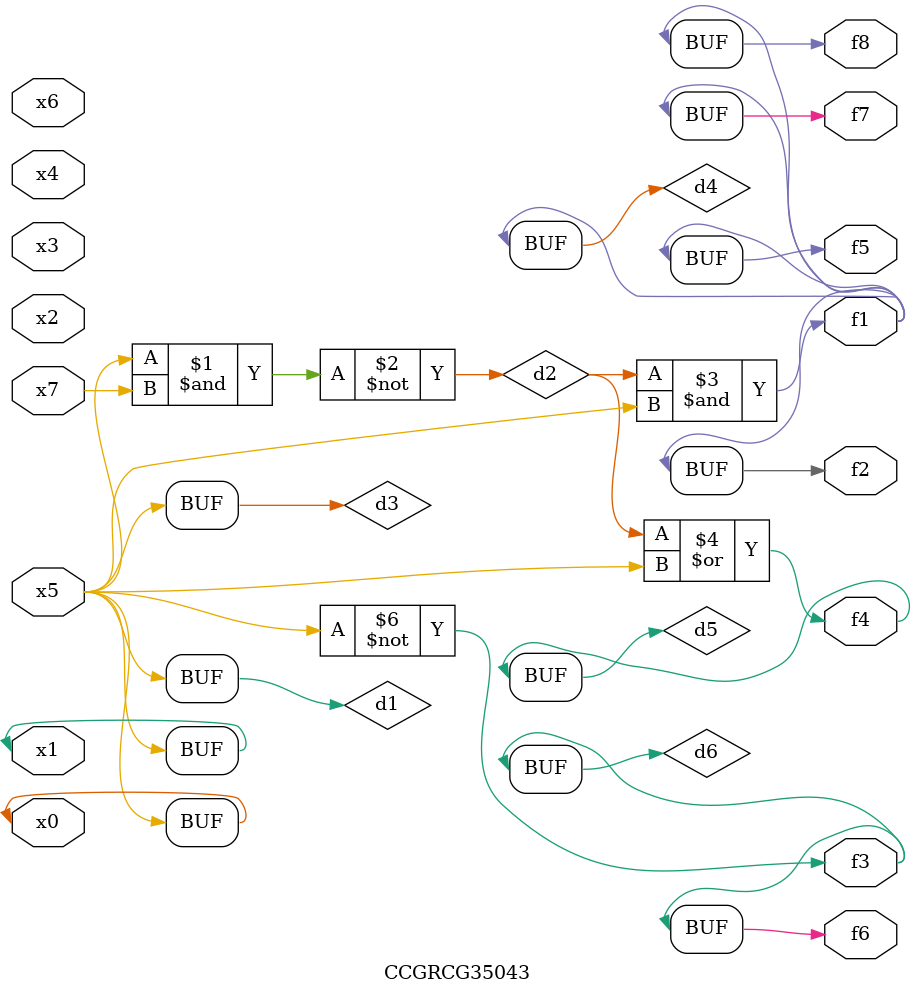
<source format=v>
module CCGRCG35043(
	input x0, x1, x2, x3, x4, x5, x6, x7,
	output f1, f2, f3, f4, f5, f6, f7, f8
);

	wire d1, d2, d3, d4, d5, d6;

	buf (d1, x0, x5);
	nand (d2, x5, x7);
	buf (d3, x0, x1);
	and (d4, d2, d3);
	or (d5, d2, d3);
	nor (d6, d1, d3);
	assign f1 = d4;
	assign f2 = d4;
	assign f3 = d6;
	assign f4 = d5;
	assign f5 = d4;
	assign f6 = d6;
	assign f7 = d4;
	assign f8 = d4;
endmodule

</source>
